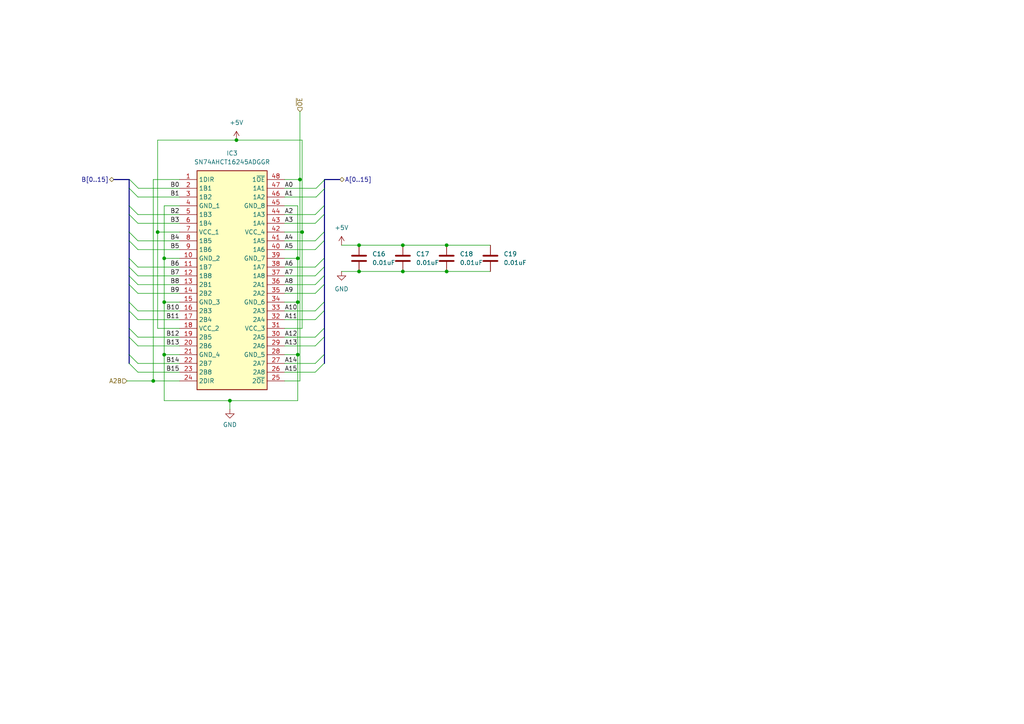
<source format=kicad_sch>
(kicad_sch (version 20231120) (generator "eeschema") (generator_version "8.0")
  (paper "A4")
  (title_block (rev "V1.0"))
  (lib_symbols
    (symbol "Device:C" (pin_numbers hide) (pin_names (offset 0.254))
      (property "Reference" "C" (at 0.635 2.54 0))
      (property "Value" "C" (at 0.635 -2.54 0))
      (symbol "C_0_1"
        (polyline (pts (xy -2.032 -0.762) (xy 2.032 -0.762)) (stroke (width 0.508)))
        (polyline (pts (xy -2.032 0.762) (xy 2.032 0.762)) (stroke (width 0.508)))
      )
      (symbol "C_1_1"
        (pin passive line (at 0 3.81 270) (length 2.794) (name "~") (number "1"))
        (pin passive line (at 0 -3.81 90) (length 2.794) (name "~") (number "2"))
      )
    )
    (symbol "SN74LVC16245ADGVR:SN74LVC16245ADGVR"
      (property "Reference" "IC" (at 26.67 7.62 0))
      (property "Value" "SN74LVC16245ADGVR" (at 26.67 5.08 0))
      (symbol "SN74LVC16245ADGVR_1_1"
        (rectangle (start 5.08 2.54) (end 25.4 -60.96) (stroke (width 0.254)) (fill (type background)))
        (pin passive line (at 0 0 0) (length 5.08) (name "1DIR") (number "1"))
        (pin passive line (at 0 -22.86 0) (length 5.08) (name "GND_2") (number "10"))
        (pin passive line (at 0 -25.4 0) (length 5.08) (name "1B7") (number "11"))
        (pin passive line (at 0 -27.94 0) (length 5.08) (name "1B8") (number "12"))
        (pin passive line (at 0 -30.48 0) (length 5.08) (name "2B1") (number "13"))
        (pin passive line (at 0 -33.02 0) (length 5.08) (name "2B2") (number "14"))
        (pin passive line (at 0 -35.56 0) (length 5.08) (name "GND_3") (number "15"))
        (pin passive line (at 0 -38.1 0) (length 5.08) (name "2B3") (number "16"))
        (pin passive line (at 0 -40.64 0) (length 5.08) (name "2B4") (number "17"))
        (pin passive line (at 0 -43.18 0) (length 5.08) (name "VCC_2") (number "18"))
        (pin passive line (at 0 -45.72 0) (length 5.08) (name "2B5") (number "19"))
        (pin passive line (at 0 -2.54 0) (length 5.08) (name "1B1") (number "2"))
        (pin passive line (at 0 -48.26 0) (length 5.08) (name "2B6") (number "20"))
        (pin passive line (at 0 -50.8 0) (length 5.08) (name "GND_4") (number "21"))
        (pin passive line (at 0 -53.34 0) (length 5.08) (name "2B7") (number "22"))
        (pin passive line (at 0 -55.88 0) (length 5.08) (name "2B8") (number "23"))
        (pin passive line (at 0 -58.42 0) (length 5.08) (name "2DIR") (number "24"))
        (pin passive line (at 30.48 -58.42 180) (length 5.08) (name "2~{OE}") (number "25"))
        (pin passive line (at 30.48 -55.88 180) (length 5.08) (name "2A8") (number "26"))
        (pin passive line (at 30.48 -53.34 180) (length 5.08) (name "2A7") (number "27"))
        (pin passive line (at 30.48 -50.8 180) (length 5.08) (name "GND_5") (number "28"))
        (pin passive line (at 30.48 -48.26 180) (length 5.08) (name "2A6") (number "29"))
        (pin passive line (at 0 -5.08 0) (length 5.08) (name "1B2") (number "3"))
        (pin passive line (at 30.48 -45.72 180) (length 5.08) (name "2A5") (number "30"))
        (pin passive line (at 30.48 -43.18 180) (length 5.08) (name "VCC_3") (number "31"))
        (pin passive line (at 30.48 -40.64 180) (length 5.08) (name "2A4") (number "32"))
        (pin passive line (at 30.48 -38.1 180) (length 5.08) (name "2A3") (number "33"))
        (pin passive line (at 30.48 -35.56 180) (length 5.08) (name "GND_6") (number "34"))
        (pin passive line (at 30.48 -33.02 180) (length 5.08) (name "2A2") (number "35"))
        (pin passive line (at 30.48 -30.48 180) (length 5.08) (name "2A1") (number "36"))
        (pin passive line (at 30.48 -27.94 180) (length 5.08) (name "1A8") (number "37"))
        (pin passive line (at 30.48 -25.4 180) (length 5.08) (name "1A7") (number "38"))
        (pin passive line (at 30.48 -22.86 180) (length 5.08) (name "GND_7") (number "39"))
        (pin passive line (at 0 -7.62 0) (length 5.08) (name "GND_1") (number "4"))
        (pin passive line (at 30.48 -20.32 180) (length 5.08) (name "1A6") (number "40"))
        (pin passive line (at 30.48 -17.78 180) (length 5.08) (name "1A5") (number "41"))
        (pin passive line (at 30.48 -15.24 180) (length 5.08) (name "VCC_4") (number "42"))
        (pin passive line (at 30.48 -12.7 180) (length 5.08) (name "1A4") (number "43"))
        (pin passive line (at 30.48 -10.16 180) (length 5.08) (name "1A3") (number "44"))
        (pin passive line (at 30.48 -7.62 180) (length 5.08) (name "GND_8") (number "45"))
        (pin passive line (at 30.48 -5.08 180) (length 5.08) (name "1A2") (number "46"))
        (pin passive line (at 30.48 -2.54 180) (length 5.08) (name "1A1") (number "47"))
        (pin passive line (at 30.48 0 180) (length 5.08) (name "1~{OE}") (number "48"))
        (pin passive line (at 0 -10.16 0) (length 5.08) (name "1B3") (number "5"))
        (pin passive line (at 0 -12.7 0) (length 5.08) (name "1B4") (number "6"))
        (pin passive line (at 0 -15.24 0) (length 5.08) (name "VCC_1") (number "7"))
        (pin passive line (at 0 -17.78 0) (length 5.08) (name "1B5") (number "8"))
        (pin passive line (at 0 -20.32 0) (length 5.08) (name "1B6") (number "9"))
      )
    )
    (symbol "power:+5V" (power) (pin_numbers hide) (pin_names (offset 0) hide)
      (property "Value" "+5V" (at 0 3.556 0))
      (symbol "+5V_0_1"
        (polyline (pts (xy -0.762 1.27) (xy 0 2.54)))
        (polyline (pts (xy 0 0) (xy 0 2.54)))
        (polyline (pts (xy 0 2.54) (xy 0.762 1.27)))
      )
      (symbol "+5V_1_1"
        (pin power_in line (at 0 0 90) (length 0) (name "~") (number "1"))
      )
    )
    (symbol "power:GND" (power) (pin_numbers hide) (pin_names (offset 0) hide)
      (property "Value" "GND" (at 0 -3.81 0))
      (symbol "GND_0_1"
        (polyline (pts (xy 0 0) (xy 0 -1.27) (xy 1.27 -1.27) (xy 0 -2.54) (xy -1.27 -1.27) (xy 0 -1.27)))
      )
      (symbol "GND_1_1"
        (pin power_in line (at 0 0 270) (length 0) (name "~") (number "1"))
      )
    )
  )
  (junction (at 86.36 74.93))
  (junction (at 66.675 116.205))
  (junction (at 86.36 87.63))
  (junction (at 87.63 67.31))
  (junction (at 47.625 102.87))
  (junction (at 129.54 71.12))
  (junction (at 104.14 78.74))
  (junction (at 45.72 67.31))
  (junction (at 68.58 40.64))
  (junction (at 47.625 87.63))
  (junction (at 47.625 74.93))
  (junction (at 44.45 110.49))
  (junction (at 116.84 71.12))
  (junction (at 104.14 71.12))
  (junction (at 86.36 102.87))
  (junction (at 116.84 78.74))
  (junction (at 129.54 78.74))
  (junction (at 86.995 52.07))
  (bus_entry (at 93.98 95.25) (size -2.54 2.54))
  (bus_entry (at 37.465 90.17) (size 2.54 2.54))
  (bus_entry (at 37.465 54.61) (size 2.54 2.54))
  (bus_entry (at 37.465 80.01) (size 2.54 2.54))
  (bus_entry (at 93.98 69.85) (size -2.54 2.54))
  (bus_entry (at 93.98 90.17) (size -2.54 2.54))
  (bus_entry (at 37.465 74.93) (size 2.54 2.54))
  (bus_entry (at 93.98 77.47) (size -2.54 2.54))
  (bus_entry (at 93.98 74.93) (size -2.54 2.54))
  (bus_entry (at 94.234 54.61) (size -2.54 2.54))
  (bus_entry (at 93.98 80.01) (size -2.54 2.54))
  (bus_entry (at 93.98 82.55) (size -2.54 2.54))
  (bus_entry (at 37.465 59.69) (size 2.54 2.54))
  (bus_entry (at 94.234 52.07) (size -2.54 2.54))
  (bus_entry (at 37.465 67.31) (size 2.54 2.54))
  (bus_entry (at 93.98 62.23) (size -2.54 2.54))
  (bus_entry (at 93.98 102.87) (size -2.54 2.54))
  (bus_entry (at 93.98 105.41) (size -2.54 2.54))
  (bus_entry (at 37.465 105.41) (size 2.54 2.54))
  (bus_entry (at 37.465 82.55) (size 2.54 2.54))
  (bus_entry (at 93.98 97.79) (size -2.54 2.54))
  (bus_entry (at 37.465 62.23) (size 2.54 2.54))
  (bus_entry (at 93.98 87.63) (size -2.54 2.54))
  (bus_entry (at 93.98 67.31) (size -2.54 2.54))
  (bus_entry (at 93.98 59.69) (size -2.54 2.54))
  (bus_entry (at 37.465 77.47) (size 2.54 2.54))
  (bus_entry (at 37.465 69.85) (size 2.54 2.54))
  (bus_entry (at 37.592 52.07) (size 2.54 2.54))
  (bus_entry (at 37.465 95.25) (size 2.54 2.54))
  (bus_entry (at 37.465 102.87) (size 2.54 2.54))
  (bus_entry (at 37.465 97.79) (size 2.54 2.54))
  (bus_entry (at 37.465 87.63) (size 2.54 2.54))
  (wire (pts (xy 86.995 52.07) (xy 82.55 52.07)))
  (bus (pts (xy 37.465 69.85) (xy 37.465 74.93)))
  (wire (pts (xy 36.83 110.49) (xy 44.45 110.49)))
  (wire (pts (xy 86.36 87.63) (xy 82.55 87.63)))
  (wire (pts (xy 82.55 57.15) (xy 91.694 57.15)))
  (wire (pts (xy 82.55 100.33) (xy 91.44 100.33)))
  (wire (pts (xy 82.55 90.17) (xy 91.44 90.17)))
  (wire (pts (xy 44.45 52.07) (xy 44.45 110.49)))
  (bus (pts (xy 37.465 95.25) (xy 37.465 97.79)))
  (bus (pts (xy 37.465 74.93) (xy 37.465 77.47)))
  (wire (pts (xy 82.55 69.85) (xy 91.44 69.85)))
  (wire (pts (xy 52.07 80.01) (xy 40.005 80.01)))
  (wire (pts (xy 82.55 74.93) (xy 86.36 74.93)))
  (wire (pts (xy 52.07 97.79) (xy 40.005 97.79)))
  (wire (pts (xy 44.45 110.49) (xy 52.07 110.49)))
  (bus (pts (xy 37.465 87.63) (xy 37.465 90.17)))
  (wire (pts (xy 47.625 59.69) (xy 47.625 74.93)))
  (wire (pts (xy 87.63 95.25) (xy 82.55 95.25)))
  (bus (pts (xy 94.234 52.07) (xy 94.107 52.07)))
  (wire (pts (xy 82.55 82.55) (xy 91.44 82.55)))
  (wire (pts (xy 82.55 72.39) (xy 91.44 72.39)))
  (wire (pts (xy 82.55 59.69) (xy 86.36 59.69)))
  (wire (pts (xy 52.07 92.71) (xy 40.005 92.71)))
  (wire (pts (xy 87.63 67.31) (xy 82.55 67.31)))
  (wire (pts (xy 52.07 64.77) (xy 40.005 64.77)))
  (wire (pts (xy 52.07 57.15) (xy 40.005 57.15)))
  (wire (pts (xy 52.07 72.39) (xy 40.005 72.39)))
  (wire (pts (xy 52.07 100.33) (xy 40.005 100.33)))
  (bus (pts (xy 37.465 62.23) (xy 37.465 67.31)))
  (wire (pts (xy 104.14 78.74) (xy 99.06 78.74)))
  (wire (pts (xy 47.625 87.63) (xy 47.625 102.87)))
  (wire (pts (xy 116.84 71.12) (xy 104.14 71.12)))
  (wire (pts (xy 68.58 40.64) (xy 87.63 40.64)))
  (bus (pts (xy 37.465 59.69) (xy 37.465 62.23)))
  (wire (pts (xy 52.07 90.17) (xy 40.005 90.17)))
  (wire (pts (xy 47.625 74.93) (xy 47.625 87.63)))
  (wire (pts (xy 52.07 52.07) (xy 44.45 52.07)))
  (bus (pts (xy 37.465 67.31) (xy 37.465 69.85)))
  (wire (pts (xy 129.54 71.12) (xy 142.24 71.12)))
  (wire (pts (xy 82.55 77.47) (xy 91.44 77.47)))
  (wire (pts (xy 104.14 71.12) (xy 99.06 71.12)))
  (wire (pts (xy 87.63 40.64) (xy 87.63 67.31)))
  (bus (pts (xy 37.465 54.61) (xy 37.465 59.69)))
  (wire (pts (xy 82.55 107.95) (xy 91.44 107.95)))
  (wire (pts (xy 116.84 78.74) (xy 104.14 78.74)))
  (wire (pts (xy 82.55 62.23) (xy 91.44 62.23)))
  (bus (pts (xy 94.107 52.07) (xy 94.107 105.41)))
  (bus (pts (xy 37.465 82.55) (xy 37.465 87.63)))
  (wire (pts (xy 87.63 67.31) (xy 87.63 95.25)))
  (wire (pts (xy 82.55 54.61) (xy 91.694 54.61)))
  (wire (pts (xy 86.36 102.87) (xy 82.55 102.87)))
  (wire (pts (xy 45.72 67.31) (xy 45.72 95.25)))
  (wire (pts (xy 86.995 32.385) (xy 86.995 52.07)))
  (wire (pts (xy 66.675 116.205) (xy 86.36 116.205)))
  (wire (pts (xy 52.07 62.23) (xy 40.005 62.23)))
  (wire (pts (xy 82.55 85.09) (xy 91.44 85.09)))
  (wire (pts (xy 86.36 116.205) (xy 86.36 102.87)))
  (wire (pts (xy 116.84 78.74) (xy 129.54 78.74)))
  (bus (pts (xy 37.465 97.79) (xy 37.465 102.87)))
  (wire (pts (xy 52.07 85.09) (xy 40.005 85.09)))
  (wire (pts (xy 52.07 59.69) (xy 47.625 59.69)))
  (bus (pts (xy 37.465 77.47) (xy 37.465 80.01)))
  (wire (pts (xy 45.72 40.64) (xy 45.72 67.31)))
  (bus (pts (xy 98.552 52.07) (xy 94.234 52.07)))
  (wire (pts (xy 52.07 54.61) (xy 40.132 54.61)))
  (wire (pts (xy 116.84 71.12) (xy 129.54 71.12)))
  (wire (pts (xy 86.36 59.69) (xy 86.36 74.93)))
  (wire (pts (xy 86.36 74.93) (xy 86.36 87.63)))
  (wire (pts (xy 47.625 74.93) (xy 52.07 74.93)))
  (bus (pts (xy 33.02 52.07) (xy 37.465 52.07)))
  (wire (pts (xy 45.72 40.64) (xy 68.58 40.64)))
  (wire (pts (xy 86.995 52.07) (xy 86.995 110.49)))
  (wire (pts (xy 45.72 67.31) (xy 52.07 67.31)))
  (wire (pts (xy 47.625 102.87) (xy 47.625 116.205)))
  (wire (pts (xy 52.07 105.41) (xy 40.005 105.41)))
  (wire (pts (xy 82.55 92.71) (xy 91.44 92.71)))
  (bus (pts (xy 37.465 80.01) (xy 37.465 82.55)))
  (wire (pts (xy 82.55 97.79) (xy 91.44 97.79)))
  (wire (pts (xy 52.07 69.85) (xy 40.005 69.85)))
  (wire (pts (xy 52.07 107.95) (xy 40.005 107.95)))
  (wire (pts (xy 47.625 87.63) (xy 52.07 87.63)))
  (wire (pts (xy 47.625 102.87) (xy 52.07 102.87)))
  (wire (pts (xy 45.72 95.25) (xy 52.07 95.25)))
  (bus (pts (xy 37.465 52.07) (xy 37.465 54.61)))
  (wire (pts (xy 82.55 105.41) (xy 91.44 105.41)))
  (wire (pts (xy 52.07 77.47) (xy 40.005 77.47)))
  (wire (pts (xy 82.55 64.77) (xy 91.44 64.77)))
  (bus (pts (xy 37.465 102.87) (xy 37.465 105.41)))
  (wire (pts (xy 86.36 102.87) (xy 86.36 87.63)))
  (wire (pts (xy 129.54 78.74) (xy 142.24 78.74)))
  (wire (pts (xy 52.07 82.55) (xy 40.005 82.55)))
  (wire (pts (xy 66.675 118.745) (xy 66.675 116.205)))
  (wire (pts (xy 86.995 110.49) (xy 82.55 110.49)))
  (wire (pts (xy 82.55 80.01) (xy 91.44 80.01)))
  (wire (pts (xy 47.625 116.205) (xy 66.675 116.205)))
  (bus (pts (xy 37.465 90.17) (xy 37.465 95.25)))
  (label "A15" (at 82.55 107.95 0))
  (label "A10" (at 82.55 90.17 0))
  (label "B0" (at 52.07 54.61 180))
  (label "A14" (at 82.55 105.41 0))
  (label "B6" (at 52.07 77.47 180))
  (label "B7" (at 52.07 80.01 180))
  (label "A6" (at 82.55 77.47 0))
  (label "A4" (at 82.55 69.85 0))
  (label "B10" (at 52.07 90.17 180))
  (label "B13" (at 52.07 100.33 180))
  (label "A5" (at 82.55 72.39 0))
  (label "A7" (at 82.55 80.01 0))
  (label "B12" (at 52.07 97.79 180))
  (label "B5" (at 52.07 72.39 180))
  (label "A13" (at 82.55 100.33 0))
  (label "B11" (at 52.07 92.71 180))
  (label "A1" (at 82.55 57.15 0))
  (label "A2" (at 82.55 62.23 0))
  (label "B4" (at 52.07 69.85 180))
  (label "B15" (at 52.07 107.95 180))
  (label "A8" (at 82.55 82.55 0))
  (label "B14" (at 52.07 105.41 180))
  (label "A3" (at 82.55 64.77 0))
  (label "B2" (at 52.07 62.23 180))
  (label "A9" (at 82.55 85.09 0))
  (label "B9" (at 52.07 85.09 180))
  (label "A11" (at 82.55 92.71 0))
  (label "A0" (at 82.55 54.61 0))
  (label "B1" (at 52.07 57.15 180))
  (label "B3" (at 52.07 64.77 180))
  (label "B8" (at 52.07 82.55 180))
  (label "A12" (at 82.55 97.79 0))
  (hierarchical_label "~{OE}" (shape input) (at 86.995 32.385 90))
  (hierarchical_label "A2B" (shape input) (at 36.83 110.49 180))
  (hierarchical_label "A[0..15]" (shape bidirectional) (at 98.552 52.07 0))
  (hierarchical_label "B[0..15]" (shape bidirectional) (at 33.02 52.07 180))
  (symbol (lib_id "power:+5V") (at 68.58 40.64 0) (unit 1)
    (property "Reference" "#PWR041" (effects (hide yes)))
    (property "Value" "+5V" (at 68.58 35.56 0))
    (property "Description" "Power symbol creates a global label with name \"+5V\"" (effects (hide yes)))
  )
  (symbol (lib_id "power:+5V") (at 99.06 71.12 0) (unit 1)
    (property "Reference" "#PWR042" (effects (hide yes)))
    (property "Value" "+5V" (at 99.06 66.04 0))
    (property "Description" "Power symbol creates a global label with name \"+5V\"" (effects (hide yes)))
  )
  (symbol (lib_id "power:GND") (at 99.06 78.74 0) (unit 1)
    (property "Reference" "#PWR020" (effects (hide yes)))
    (property "Value" "GND" (at 99.06 83.82 0))
    (property "Description" "Power symbol creates a global label with name \"GND\" , ground" (effects (hide yes)))
    (instances (project "" (path "" (reference "#PWR020") (unit 1)) (path "" (reference "#PWR024") (unit 1)) (path "" (reference "#PWR016") (unit 1)) (path "" (reference "#PWR028") (unit 1))) (project "" (path "" (reference "#PWR043") (unit 1))))
  )
  (symbol (lib_id "SN74LVC16245ADGVR:SN74LVC16245ADGVR") (at 52.07 52.07 0) (unit 1)
    (property "Reference" "IC3" (at 67.31 44.45 0))
    (property "Value" "SN74AHCT16245ADGGR" (at 67.31 46.99 0))
    (property "Footprint" "Package_SO:TSSOP-48_6.1x12.5mm_P0.5mm" (effects (hide yes)))
    (property "Datasheet" "http://www.ti.com/lit/gpn/sn74lvc16245a" (effects (hide yes)))
    (property "Description" "16-Bit Bus Transceiver With 3-State Outputs" (effects (hide yes)))
    (property "Height" "1.2" (effects (hide yes)))
    (property "Mouser Part Number" "595-SNLVC16245ADGVR" (effects (hide yes)))
    (property "Mouser Price/Stock" "https://www.mouser.co.uk/ProductDetail/Texas-Instruments/SN74LVC16245ADGVR?qs=Tv815z3GeNSJvvXoY%2FT5Yg%3D%3D" (effects (hide yes)))
    (property "Manufacturer_Name" "Texas Instruments" (effects (hide yes)))
    (property "Manufacturer_Part_Number" "SN74LVC16245ADGVR" (effects (hide yes)))
    (instances (project "AOS16 Double Buffer" (path "" (reference "IC3") (unit 1)) (path "" (reference "IC4") (unit 1)) (path "" (reference "IC2") (unit 1)) (path "" (reference "IC5") (unit 1))) (project "AOS16 Double Buffer" (path "" (reference "IC1") (unit 1))))
  )
  (symbol (lib_id "Device:C") (at 129.54 74.93 0) (unit 1)
    (property "Reference" "C18" (at 133.35 73.6599 0) (effects (justify left)))
    (property "Value" "0.01uF" (at 133.35 76.1999 0) (effects (justify left)))
    (property "Footprint" "Capacitor_SMD:C_0603_1608Metric" (effects (hide yes)))
    (property "Description" "Unpolarized capacitor" (effects (hide yes)))
    (property "Manufacturer_Part_Number" "CL10B104KO8WPNL" (effects (hide yes)))
    (instances (project "AOS16 Double Buffer" (path "" (reference "C18") (unit 1)) (path "" (reference "C22") (unit 1)) (path "" (reference "C14") (unit 1)) (path "" (reference "C26") (unit 1))) (project "AOS16 Double Buffer" (path "" (reference "C31") (unit 1))))
  )
  (symbol (lib_id "Device:C") (at 104.14 74.93 0) (unit 1)
    (property "Reference" "C16" (at 107.95 73.6599 0) (effects (justify left)))
    (property "Value" "0.01uF" (at 107.95 76.1999 0) (effects (justify left)))
    (property "Footprint" "Capacitor_SMD:C_0603_1608Metric" (effects (hide yes)))
    (property "Description" "Unpolarized capacitor" (effects (hide yes)))
    (property "Manufacturer_Part_Number" "CL10B104KO8WPNL" (effects (hide yes)))
    (instances (project "AOS16 Double Buffer" (path "" (reference "C16") (unit 1)) (path "" (reference "C20") (unit 1)) (path "" (reference "C12") (unit 1)) (path "" (reference "C24") (unit 1))) (project "AOS16 Double Buffer" (path "" (reference "C29") (unit 1))))
  )
  (symbol (lib_id "Device:C") (at 116.84 74.93 0) (unit 1)
    (property "Reference" "C17" (at 120.65 73.6599 0) (effects (justify left)))
    (property "Value" "0.01uF" (at 120.65 76.1999 0) (effects (justify left)))
    (property "Footprint" "Capacitor_SMD:C_0603_1608Metric" (effects (hide yes)))
    (property "Description" "Unpolarized capacitor" (effects (hide yes)))
    (property "Manufacturer_Part_Number" "CL10B104KO8WPNL" (effects (hide yes)))
    (instances (project "" (path "" (reference "C17") (unit 1)) (path "" (reference "C21") (unit 1)) (path "" (reference "C13") (unit 1)) (path "" (reference "C25") (unit 1))) (project "" (path "" (reference "C30") (unit 1))))
  )
  (symbol (lib_id "Device:C") (at 142.24 74.93 0) (unit 1)
    (property "Reference" "C19" (at 146.05 73.6599 0) (effects (justify left)))
    (property "Value" "0.01uF" (at 146.05 76.1999 0) (effects (justify left)))
    (property "Footprint" "Capacitor_SMD:C_0603_1608Metric" (effects (hide yes)))
    (property "Description" "Unpolarized capacitor" (effects (hide yes)))
    (property "Manufacturer_Part_Number" "CL10B104KO8WPNL" (effects (hide yes)))
    (instances (project "AOS16 Double Buffer" (path "" (reference "C19") (unit 1)) (path "" (reference "C23") (unit 1)) (path "" (reference "C15") (unit 1)) (path "" (reference "C27") (unit 1))) (project "AOS16 Double Buffer" (path "" (reference "C32") (unit 1))))
  )
  (symbol (lib_id "power:GND") (at 66.675 118.745 0) (unit 1)
    (property "Reference" "#PWR017" (effects (hide yes)))
    (property "Value" "GND" (at 66.675 123.19 0))
    (property "Description" "Power symbol creates a global label with name \"GND\" , ground" (effects (hide yes)))
    (instances (project "AOS16 Double Buffer" (path "" (reference "#PWR017") (unit 1)) (path "" (reference "#PWR021") (unit 1)) (path "" (reference "#PWR013") (unit 1)) (path "" (reference "#PWR025") (unit 1))) (project "AOS16 Double Buffer" (path "" (reference "#PWR040") (unit 1))))
  )
)
</source>
